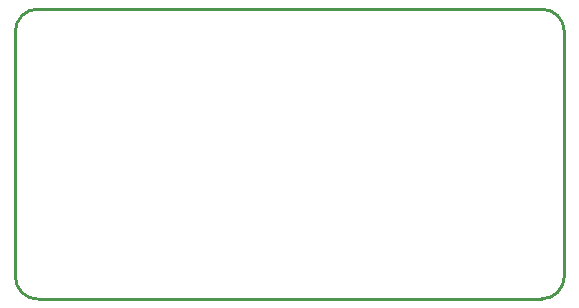
<source format=gko>
8ebc24da6004435dabba0e82d969f979G04 Layer: TopLayer*
G04 EasyEDA v6.5.9, 2022-08-01 21:18:00*
G04 ac5e******************************************aa,10*
G04 Gerber Generator version 0.2*
G04 Scale: 100 percent, Rotated: No, Reflected: No *
G04 Dimensions in millimeters *
G04 leading zeros omitted , absolute positions ,4 integer and 5 decimal *
G04*
G04 #@! TF.GenerationSoftware,Altium Limited,Altium Designer,20.2.6 (244)*
G04*
G04 Layer_Color=16711935*
%FSLAX25Y25*%
%MOIN*%
G70*
G04*
G04 #@! TF.SameCoordinates,744AB118-50EF-4DE2-90F7-856F24CC491D*
G04*
G04*
G04 #@! TF.FilePolarity,Positive*
G04*
G01*
G75*
%ADD11C,0.01000*%
D11*
X513000Y253400D02*
G03*
X520500Y260900I0J7500D01*
G01*
Y342500D02*
G03*
X513000Y350000I-7500J0D01*
G01*
X337500Y260800D02*
G03*
X345000Y253300I7500J0D01*
G01*
Y350000D02*
G03*
X337500Y342500I0J-7500D01*
G01*
X345000Y350000D02*
X513000D01*
X520500Y260900D02*
Y342500D01*
X345000Y253300D02*
X513000D01*
X337500Y260800D02*
Y342500D01*
M02*

</source>
